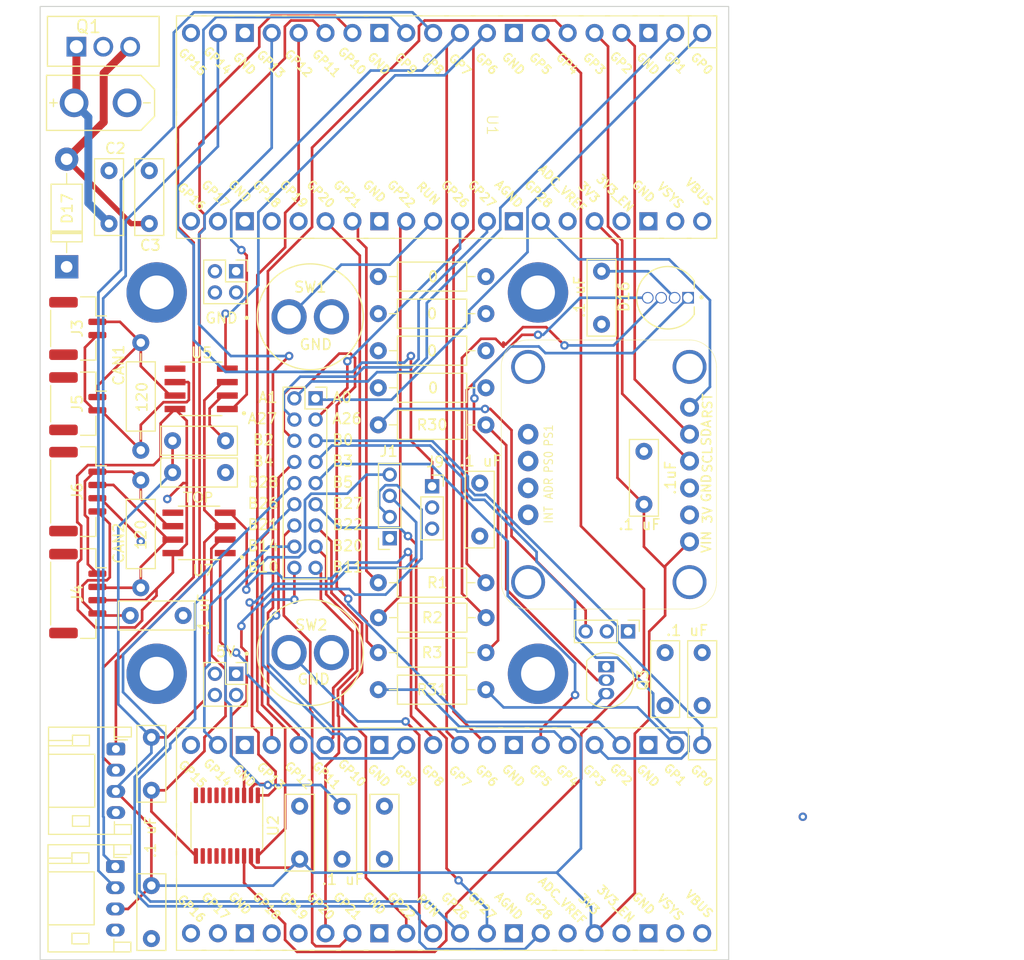
<source format=kicad_pcb>
(kicad_pcb (version 20221018) (generator pcbnew)
  (layers (0 "F.Cu" signal) (1 "In1.Cu" signal) (2 "In2.Cu" signal) (31 "B.Cu" signal) (34 "B.Paste" user) (35 "F.Paste" user) (36 "B.SilkS" user "B.Silkscreen") (37 "F.SilkS" user "F.Silkscreen") (38 "B.Mask" user) (39 "F.Mask" user) (44 "Edge.Cuts" user))
  (net 0 "")
  (net 1 "/GND")
  (net 2 "/5V")
  (net 3 "/3V3")
  (net 4 "Net-(Q1-IN)")
  (net 5 "Net-(J2-Pin_3)")
  (net 6 "Net-(J3-Pin_1)")
  (net 7 "Net-(J3-Pin_2)")
  (net 8 "Net-(J4-Pin_1)")
  (net 9 "Net-(J4-Pin_2)")
  (net 10 "Net-(Q3-B)")
  (net 11 "/CAN1_RX")
  (net 12 "/CAN1_TX")
  (net 13 "/CAN2_RX")
  (net 14 "/CAN2_TX")
  (net 15 "/A26")
  (net 16 "/A27")
  (net 19 "Net-(D17-A)")
  (net 20 "/B14")
  (net 21 "/B26")
  (net 22 "/B27")
  (net 23 "/B28")
  (net 29 "Net-(D16-Pad4)")
  (net 30 "Net-(D16-Pad3)")
  (net 31 "Net-(D16-Pad1)")
  (net 34 "/RP2040-Connect/GPIO0-A")
  (net 35 "/RP2040-Connect/GPIO1-B")
  (net 36 "/RP2040-Connect/GPIO1-A")
  (net 37 "/RP2040-Connect/GPIO0-B")
  (net 59 "Net-(J1-Pin_3)")
  (net 60 "Net-(J1-Pin_4)")
  (net 61 "Net-(J1-Pin_2)")
  (net 63 "/A0")
  (net 64 "/LEDG")
  (net 65 "/LEDB")
  (net 66 "/LEDR")
  (net 67 "/GPIO0-A")
  (net 68 "/GPIO1-B")
  (net 69 "/GPIO1-A")
  (net 70 "/GPIO0-B")
  (net 71 "/INT")
  (net 72 "/ADR")
  (net 73 "/PS0")
  (net 74 "/PS1")
  (net 75 "/JETSON_rx")
  (net 76 "/JETSON_tx")
  (net 77 "/IMU_SDA")
  (net 78 "/IMU_SCL")
  (net 79 "/SERVO")
  (net 80 "/IMU_RST")
  (net 81 "Net-(U1-RUN)")
  (net 82 "Net-(U6-RUN)")
  (net 83 "/QUADA1")
  (net 84 "/QUADB1")
  (net 85 "/QUADA2")
  (net 86 "/QUADB2")
  (net 87 "/A1")
  (net 88 "/B0")
  (net 89 "/B2")
  (net 90 "/B3")
  (net 91 "/B4")
  (net 92 "/B5")
  (net 93 "/B22")
  (net 94 "/B21")
  (net 95 "/B20")
  (net 96 "/B11")
  (net 97 "/B10")
  (net 98 "/DR16_TX")
  (net 99 "/P2P_1")
  (net 100 "/P2P_2")
  (footprint "Connector_JST:JST_PH_S4B-PH-K_1x04_P2.00mm_Horizontal" (layer "F.Cu") (at 155.1 136.2 -90)
    (fp_text reference "J7" hide)
    (fp_text value "Conn_01x04")
  )
  (footprint "Connector_PinSocket_2.00mm:PinSocket_2x02_P2.00mm_Vertical" (layer "F.Cu") (at 166.5 118)
    (fp_text reference "J13" hide)
    (fp_text value "Conn_02x02_Counter_Clockwise")
  )
  (footprint "Capacitor_THT:C_Disc_D7.0mm_W2.5mm_P5.00mm" (layer "F.Cu") (at 160.5 99)
    (fp_text reference "CAN2" hide)
    (fp_text value ".1uF")
  )
  (footprint "Capacitor_THT:C_Disc_D7.0mm_W2.5mm_P5.00mm" (layer "F.Cu") (at 176.5 135.5 90)
    (fp_text reference "JETSON1V8" hide)
    (fp_text value ".1uF")
  )
  (footprint "BNO055:BNO055" (layer "F.Cu") (at 211.8475 111.887501 90)
    (fp_text reference "IMU" hide)
    (fp_text value "BNO055" hide)
  )
  (footprint "LM2940CT-5.0:TO254P1054X470X1955-3" (layer "F.Cu") (at 153.96 58.8)
    (fp_text reference "Q1")
    (fp_text value "LM2940CT-5.0_NOPB")
  )
  (footprint "Diode_THT:D_DO-41_SOD81_P10.16mm_Horizontal" (layer "F.Cu") (at 150.5 79.58 90)
    (fp_text reference "D17")
    (fp_text value "1N5817" hide)
  )
  (footprint "XT30UPB-M:XT30UPB-M" (layer "F.Cu") (at 153.7 64.1)
    (fp_text reference "U4" hide)
    (fp_text value "XT30UPB-M")
  )
  (footprint "PS1024ALRED:SW_PS1024ALRED" (layer "F.Cu") (at 173.5 116)
    (fp_text reference "SW2")
    (fp_text value "SW_Push")
  )
  (footprint "SN65HVD230DR:SOIC127P599X175-8N" (layer "F.Cu") (at 163 104.7 180)
    (fp_text reference "U7")
    (fp_text value "SN65HVD230DR")
  )
  (footprint "Capacitor_THT:C_Disc_D7.0mm_W2.5mm_P5.00mm" (layer "F.Cu") (at 160.5 96)
    (fp_text reference "CAN1" hide)
    (fp_text value ".1uF")
  )
  (footprint "MountingHole:MountingHole_3.2mm_M3_ISO7380_Pad" (layer "F.Cu") (at 159 118)
    (fp_text reference "REF**" hide)
    (fp_text value "MountingHole_3.2mm_M3_ISO7380_Pad")
  )
  (footprint "Resistor_THT:R_Axial_DIN0207_L6.3mm_D2.5mm_P10.16mm_Horizontal" (layer "F.Cu") (at 157.5 109.88 90)
    (fp_text reference "R33" hide)
    (fp_text value "120")
  )
  (footprint "Connector_PinSocket_2.00mm:PinSocket_1x04_P2.00mm_Vertical" (layer "F.Cu") (at 181 105.2 180)
    (fp_text reference "J1")
    (fp_text value "Conn_01x04")
  )
  (footprint "Capacitor_THT:C_Disc_D7.0mm_W2.5mm_P5.00mm" (layer "F.Cu") (at 205 102 90)
    (fp_text reference "IMUC13")
    (fp_text value ".1uF")
  )
  (footprint "appended_pico:Updated_Pico" (layer "F.Cu") (at 190.18 133.41 -90)
    (fp_text reference "U6" hide)
    (fp_text value "Pico B")
  )
  (footprint "Capacitor_THT:C_Disc_D7.0mm_W2.5mm_P5.00mm" (layer "F.Cu") (at 158.3 75.5 90)
    (fp_text reference "C3")
    (fp_text value "22uF")
  )
  (footprint "appended_pico:Updated_Pico" (layer "F.Cu") (at 190.18 66.19 -90)
    (fp_text reference "U1")
    (fp_text value "Pico A")
  )
  (footprint "Capacitor_THT:C_Disc_D7.0mm_W2.5mm_P5.00mm" (layer "F.Cu") (at 201 85 90)
    (fp_text reference "PICOU1" hide)
    (fp_text value ".1uF")
  )
  (footprint "WP154A4SUREQBFZGC:LED_WP154A4SUREQBFZGC" (layer "F.Cu") (at 207.265 82.5 180)
    (fp_text reference "D16")
    (fp_text value "WP154A4SUREQBFZGC")
  )
  (footprint "Package_SO:TSSOP-20_4.4x6.5mm_P0.65mm" (layer "F.Cu") (at 165.625 132.3375 -90)
    (fp_text reference "U2")
    (fp_text value "TXS0108EPW")
  )
  (footprint "Capacitor_THT:C_Disc_D7.0mm_W2.5mm_P5.00mm" (layer "F.Cu") (at 154.5 75.5 90)
    (fp_text reference "C2")
    (fp_text value ".47uF")
  )
  (footprint "Connector_JST:JST_GH_SM04B-GHS-TB_1x04-1MP_P1.25mm_Horizontal" (layer "F.Cu") (at 151.55 100.8 -90)
    (fp_text reference "J6")
    (fp_text value "Conn_01x04")
  )
  (footprint "Resistor_THT:R_Axial_DIN0207_L6.3mm_D2.5mm_P10.16mm_Horizontal" (layer "F.Cu") (at 179.92 80.5)
    (fp_text reference "R5" hide)
    (fp_text value "0")
  )
  (footprint "Capacitor_THT:C_Disc_D7.0mm_W2.5mm_P5.00mm" (layer "F.Cu") (at 158.5 138 -90)
    (fp_text reference "QUAD2" hide)
    (fp_text value ".1uF")
  )
  (footprint "Resistor_THT:R_Axial_DIN0207_L6.3mm_D2.5mm_P10.16mm_Horizontal" (layer "F.Cu") (at 179.92 94.5)
    (fp_text reference "R30")
    (fp_text value "R")
  )
  (footprint "Connector_JST:JST_GH_SM02B-GHS-TB_1x02-1MP_P1.25mm_Horizontal" (layer "F.Cu") (at 151.55 92.5 -90)
    (fp_text reference "J5")
    (fp_text value "Conn_01x02")
  )
  (footprint "Resistor_THT:R_Axial_DIN0207_L6.3mm_D2.5mm_P10.16mm_Horizontal" (layer "F.Cu") (at 179.92 109.4)
    (fp_text reference "R1")
    (fp_text value "250")
  )
  (footprint "Connector_PinSocket_2.00mm:PinSocket_2x09_P2.00mm_Vertical" (layer "F.Cu") (at 174 92)
    (fp_text reference "J10" hide)
    (fp_text value "Conn_02x09_Counter_Clockwise")
  )
  (footprint "Connector_JST:JST_GH_SM04B-GHS-TB_1x04-1MP_P1.25mm_Horizontal" (layer "F.Cu") (at 151.55 110.425 -90)
    (fp_text reference "J4")
    (fp_text value "Conn_01x04")
  )
  (footprint "Capacitor_THT:C_Disc_D7.0mm_W2.5mm_P5.00mm" (layer "F.Cu") (at 172.5 135.5 90)
    (fp_text reference "JETSON3V3" hide)
    (fp_text value ".1uF")
  )
  (footprint "Connector_JST:JST_GH_SM02B-GHS-TB_1x02-1MP_P1.25mm_Horizontal" (layer "F.Cu") (at 151.55 85.4 -90)
    (fp_text reference "J3")
    (fp_text value "Conn_01x02")
  )
  (footprint "Capacitor_THT:C_Disc_D7.0mm_W2.5mm_P5.00mm" (layer "F.Cu") (at 180.5 135.5 90)
    (fp_text reference "JETSONGND1" hide)
    (fp_text value ".1uF")
  )
  (footprint "Resistor_THT:R_Axial_DIN0207_L6.3mm_D2.5mm_P10.16mm_Horizontal" (layer "F.Cu") (at 179.92 91)
    (fp_text reference "R10" hide)
    (fp_text value "0")
  )
  (footprint "Connector_PinHeader_2.00mm:PinHeader_1x03_P2.00mm_Vertical" (layer "F.Cu") (at 203.5 114 -90)
    (fp_text reference "J2" hide)
    (fp_text value "Conn_01x03")
  )
  (footprint "Connector_JST:JST_PH_S4B-PH-K_1x04_P2.00mm_Horizontal" (layer "F.Cu") (at 155.15 125.1 -90)
    (fp_text reference "J11" hide)
    (fp_text value "Conn_01x04")
  )
  (footprint "Resistor_THT:R_Axial_DIN0207_L6.3mm_D2.5mm_P10.16mm_Horizontal" (layer "F.Cu") (at 179.92 119.5)
    (fp_text reference "R31")
    (fp_text value "R")
  )
  (footprint "Resistor_THT:R_Axial_DIN0207_L6.3mm_D2.5mm_P10.16mm_Horizontal" (layer "F.Cu") (at 179.94 112.7)
    (fp_text reference "R2")
    (fp_text value "220")
  )
  (footprint "Capacitor_THT:C_Disc_D7.0mm_W2.5mm_P5.00mm" (layer "F.Cu") (at 189.5 105 90)
    (fp_text reference "SERVO1" hide)
    (fp_text value ".1uF")
  )
  (footprint "Connector_PinSocket_2.00mm:PinSocket_1x03_P2.00mm_Vertical" (layer "F.Cu") (at 185 100.3)
    (fp_text reference "J9")
    (fp_text value "Conn_01x03")
  )
  (footprint "MountingHole:MountingHole_3.2mm_M3_ISO7380_Pad" (layer "F.Cu") (at 195 82)
    (fp_text reference "MountingHole3" hide)
    (fp_text value "MountingHole_3.2mm_M3_ISO7380_Pad")
  )
  (footprint "MountingHole:MountingHole_3.2mm_M3_ISO7380_Pad" (layer "F.Cu") (at 195 118)
    (fp_text reference "MountingHole2" hide)
    (fp_text value "MountingHole_3.2mm_M3_ISO7380_Pad")
  )
  (footprint "Package_TO_SOT_THT:TO-92_Inline" (layer "F.Cu") (at 201.44 117.33 -90)
    (fp_text reference "Q3")
    (fp_text value "PN2222A")
  )
  (footprint "Capacitor_THT:C_Disc_D7.0mm_W2.5mm_P5.00mm" (layer "F.Cu") (at 207 116 -90)
    (fp_text reference "PICOU6" hide)
    (fp_text value ".1uF")
  )
  (footprint "MountingHole:MountingHole_3.2mm_M3_ISO7380_Pad" (layer "F.Cu") (at 159 82)
    (fp_text reference "MountingHole1" hide)
    (fp_text value "MountingHole_3.2mm_M3_ISO7380_Pad")
  )
  (footprint "Resistor_THT:R_Axial_DIN0207_L6.3mm_D2.5mm_P10.16mm_Horizontal" (layer "F.Cu") (at 179.92 87.5)
    (fp_text reference "R20" hide)
    (fp_text value "0")
  )
  (footprint "SN65HVD230DR:SOIC127P599X175-8N" (layer "F.Cu") (at 163.2 91.1 180)
    (fp_text reference "U5")
    (fp_text value "SN65HVD230DR")
  )
  (footprint "Resistor_THT:R_Axial_DIN0207_L6.3mm_D2.5mm_P10.16mm_Horizontal" (layer "F.Cu") (at 157.5 86.74 -90)
    (fp_text reference "R32" hide)
    (fp_text value "120")
  )
  (footprint "PS1024ALRED:SW_PS1024ALRED" (layer "F.Cu") (at 173.5 84.3)
    (fp_text reference "SW1")
    (fp_text value "SW_Push")
  )
  (footprint "Resistor_THT:R_Axial_DIN0207_L6.3mm_D2.5mm_P10.16mm_Horizontal" (layer "F.Cu") (at 179.92 116)
    (fp_text reference "R3")
    (fp_text value "333")
  )
  (footprint "Connector_PinSocket_2.00mm:PinSocket_2x02_P2.00mm_Vertical" (layer "F.Cu") (at 166.5 80)
    (fp_text reference "J12" hide)
    (fp_text value "Conn_02x02_Counter_Clockwise")
  )
  (footprint "Resistor_THT:R_Axial_DIN0207_L6.3mm_D2.5mm_P10.16mm_Horizontal" (layer "F.Cu") (at 179.92 84)
    (fp_text reference "R4" hide)
    (fp_text value "0")
  )
  (footprint "Capacitor_THT:C_Disc_D7.0mm_W2.5mm_P5.00mm" (layer "F.Cu") (at 210.5 121 90)
    (fp_text reference "DR16" hide)
    (fp_text value ".1uF")
  )
  (footprint "Capacitor_THT:C_Disc_D7.0mm_W2.5mm_P5.00mm" (layer "F.Cu") (at 156.5 112.5)
    (fp_text reference "5VCAP1" hide)
    (fp_text value ".1uF" hide)
  )
  (footprint "Capacitor_THT:C_Disc_D7.0mm_W2.5mm_P5.00mm" (layer "F.Cu") (at 158.5 124 -90)
    (fp_text reference "QUAD1" hide)
    (fp_text value ".1uF")
  )
  (gr_rect locked (start 148 55) (end 213 145) (stroke (width 0.1)) (fill none) (layer "Edge.Cuts"))
  (gr_text "B11" (at 175.5 108.5) (layer "F.SilkS") (effects (font (size 1 1)) (justify left bottom)))
  (gr_text "B14" (at 167.5 106.5) (layer "F.SilkS") (effects (font (size 1 1)) (justify left bottom)))
  (gr_text ".1 uF\n" (at 199.5 84.5 90) (layer "F.SilkS") (effects (font (size 1 1)) (justify left bottom)))
  (gr_text "B2" (at 168 96.5) (layer "F.SilkS") (effects (font (size 1 1)) (justify left bottom)))
  (gr_text "CAN2" (at 156 107.7 90) (layer "F.SilkS") (effects (font (size 1 1)) (justify left bottom)))
  (gr_text "B0" (at 175.5 96.5) (layer "F.SilkS") (effects (font (size 1 1)) (justify left bottom)))
  (gr_text "B22" (at 175.5 104.5) (layer "F.SilkS") (effects (font (size 1 1)) (justify left bottom)))
  (gr_text "A1" (at 168.5 92.5) (layer "F.SilkS") (effects (font (size 1 1)) (justify left bottom)))
  (gr_text "A0" (at 175.5 92.5) (layer "F.SilkS") (effects (font (size 1 1)) (justify left bottom)))
  (gr_text "B27" (at 175.5 102.5) (layer "F.SilkS") (effects (font (size 1 1)) (justify left bottom)))
  (gr_text "A26" (at 175.5 94.5) (layer "F.SilkS") (effects (font (size 1 1)) (justify left bottom)))
  (gr_text "GND" (at 163.5 85) (layer "F.SilkS") (effects (font (size 1 1)) (justify left bottom)))
  (gr_text ".1 uF\n" (at 187.5 98.5) (layer "F.SilkS") (effects (font (size 1 1)) (justify left bottom)))
  (gr_text "0" (at 184.52 91.6) (layer "F.SilkS") (effects (font (size 1 1)) (justify left bottom)))
  (gr_text "B3" (at 175.5 98.5) (layer "F.SilkS") (effects (font (size 1 1)) (justify left bottom)))
  (gr_text "5V" (at 164.5 116.5) (layer "F.SilkS") (effects (font (size 1 1)) (justify left bottom)))
  (gr_text "CAN1" (at 156 90.9 90) (layer "F.SilkS") (effects (font (size 1 1)) (justify left bottom)))
  (gr_text "0" (at 184.42 88.1) (layer "F.SilkS") (effects (font (size 1 1)) (justify left bottom)))
  (gr_text "B26" (at 167.5 102.5) (layer "F.SilkS") (effects (font (size 1 1)) (justify left bottom)))
  (gr_text "0" (at 184.42 84.6) (layer "F.SilkS") (effects (font (size 1 1)) (justify left bottom)))
  (gr_text ".1 uF\n" (at 174.5 138) (layer "F.SilkS") (effects (font (size 1 1)) (justify left bottom)))
  (gr_text "B28" (at 167.5 100.5) (layer "F.SilkS") (effects (font (size 1 1)) (justify left bottom)))
  (gr_text "120" (at 158.2 93.4 90) (layer "F.SilkS") (effects (font (size 1 1)) (justify left bottom)))
  (gr_text ".1 uF\n" (at 159 135.5 90) (layer "F.SilkS") (effects (font (size 1 1)) (justify left bottom)))
  (gr_text "TOP" (at 161.5 102) (layer "F.SilkS") (effects (font (size 1 1)) (justify left bottom)))
  (gr_text ".1 uF\n" (at 164 114.5 90) (layer "F.SilkS") (effects (font (size 1 1)) (justify left bottom)))
  (gr_text "B10" (at 167.5 108.5) (layer "F.SilkS") (effects (font (size 1 1)) (justify left bottom)))
  (gr_text "B4" (at 168 98.5) (layer "F.SilkS") (effects (font (size 1 1)) (justify left bottom)))
  (gr_text ".1 uF\n" (at 202.5 104.5) (layer "F.SilkS") (effects (font (size 1 1)) (justify left bottom)))
  (gr_text "B21" (at 167.5 104.5) (layer "F.SilkS") (effects (font (size 1 1)) (justify left bottom)))
  (gr_text ".1 uF\n" (at 207 114.5) (layer "F.SilkS") (effects (font (size 1 1)) (justify left bottom)))
  (gr_text "B5" (at 175.5 100.5) (layer "F.SilkS") (effects (font (size 1 1)) (justify left bottom)))
  (gr_text "0" (at 184.52 81.1) (layer "F.SilkS") (effects (font (size 1 1)) (justify left bottom)))
  (gr_text "GND" (at 172.2 119.1) (layer "F.SilkS") (effects (font (size 1 1)) (justify left bottom)))
  (gr_text "A27" (at 167.5 94.5) (layer "F.SilkS") (effects (font (size 1 1)) (justify left bottom)))
  (gr_text "120" (at 158.1 106.4 90) (layer "F.SilkS") (effects (font (size 1 1)) (justify left bottom)))
  (gr_text "B20" (at 175.5 106.5) (layer "F.SilkS") (effects (font (size 1 1)) (justify left bottom)))
  (gr_text "GND" (at 172.4 87.5) (layer "F.SilkS") (effects (font (size 1 1)) (justify left bottom)))
  (via (at 220 131.5) (size 0.8) (drill 0.4) (layers "F.Cu" "B.Cu") (net 0))
  (segment (start 161.84 94.115) (end 161.84 100) (width 0.25) (layer "F.Cu") (net 1))
  (segment (start 157.5 105.253249) (end 157.5 105.5) (width 0.25) (layer "F.Cu") (net 1))
  (segment (start 161.84 100) (end 161.84 105.745016) (width 0.25) (layer "F.Cu") (net 1))
  (segment (start 164.16 116.245786) (end 165.5 117.585786) (width 0.25) (layer "F.Cu") (net 1))
  (segment (start 164 94.5) (end 165.5 96) (width 0.25) (layer "F.Cu") (net 1))
  (segment (start 157.625 111.988604) (end 158.985495 110.628109) (width 0.25) (layer "F.Cu") (net 1))
  (segment (start 152.503249 98.3) (end 151.5 99.303249) (width 0.25) (layer "F.Cu") (net 1))
  (segment (start 165.47 105.335) (end 165.019984 105.335) (width 0.25) (layer "F.Cu") (net 1))
  (segment (start 157.920991 111.05) (end 160.53 108.440991) (width 0.25) (layer "F.Cu") (net 1))
  (segment (start 151.5 103.7) (end 151.538173 103.7) (width 0.25) (layer "F.Cu") (net 1))
  (segment (start 151.538173 103.7) (end 151.875 104.036827) (width 0.25) (layer "F.Cu") (net 1))
  (segment (start 164 92.954984) (end 164 94.5) (width 0.25) (layer "F.Cu") (net 1))
  (segment (start 158.5 131) (end 158.5 129) (width 0.25) (layer "F.Cu") (net 1))
  (segment (start 158.985495 110.628109) (end 158.985495 109.985495) (width 0.25) (layer "F.Cu") (net 1))
  (segment (start 156.965991 113.625) (end 157.625 112.965991) (width 0.25) (layer "F.Cu") (net 1))
  (segment (start 165.019984 105.335) (end 164.16 106.194984) (width 0.25) (layer "F.Cu") (net 1))
  (segment (start 151.5 99.303249) (end 151.5 103.7) (width 0.25) (layer "F.Cu") (net 1))
  (segment (start 160.980016 106.605) (end 160.53 106.605) (width 0.25) (layer "F.Cu") (net 1))
  (segment (start 153.4 101.425) (end 153.671751 101.425) (width 0.25) (layer "F.Cu") (net 1))
  (segment (start 157.625 112.965991) (end 157.625 111.988604) (width 0.25) (layer "F.Cu") (net 1))
  (segment (start 151.55 107.513173) (end 151.55 111.971751) (width 0.25) (layer "F.Cu") (net 1))
  (segment (start 151.55 111.971751) (end 153.203249 113.625) (width 0.25) (layer "F.Cu") (net 1))
  (segment (start 165.219984 91.735) (end 164 92.954984) (width 0.25) (layer "F.Cu") (net 1))
  (segment (start 159.375 94.36) (end 159.375 97.625001) (width 0.25) (layer "F.Cu") (net 1))
  (segment (start 159.81 129) (end 158.5 129) (width 0.25) (layer "F.Cu") (net 1))
  (segment (start 165.67 91.735) (end 165.219984 91.735) (width 0.25) (layer "F.Cu") (net 1))
  (segment (start 153.671751 101.425) (end 157.5 105.253249) (width 0.25) (layer "F.Cu") (net 1))
  (segment (start 165.5 117.585786) (end 165.5 122) (width 0.25) (layer "F.Cu") (net 1))
  (segment (start 165.5 122) (end 163.51 123.99) (width 0.25) (layer "F.Cu") (net 1))
  (segment (start 151.875 107.188173) (end 151.55 107.513173) (width 0.25) (layer "F.Cu") (net 1))
  (segment (start 160.73 93.005) (end 159.375 94.36) (width 0.25) (layer "F.Cu") (net 1))
  (segment (start 159.375 97.625001) (end 158.700001 98.3) (width 0.25) (layer "F.Cu") (net 1))
  (segment (start 151.875 104.036827) (end 151.875 107.188173) (width 0.25) (layer "F.Cu") (net 1))
  (segment (start 162.7 135.2) (end 158.5 131) (width 0.25) (layer "F.Cu") (net 1))
  (segment (start 163.51 125.3) (end 159.81 129) (width 0.25) (layer "F.Cu") (net 1))
  (segment (start 160.73 93.005) (end 161.84 94.115) (width 0.25) (layer "F.Cu") (net 1))
  (segment (start 163.51 123.99) (end 163.51 125.3) (width 0.25) (layer "F.Cu") (net 1))
  (segment (start 160.53 108.440991) (end 160.53 106.605) (width 0.25) (layer "F.Cu") (net 1))
  (segment (start 161.84 100) (end 161.5 100) (width 0.25) (layer "F.Cu") (net 1))
  (segment (start 161.84 105.745016) (end 160.980016 106.605) (width 0.25) (layer "F.Cu") (net 1))
  (segment (start 164.16 106.194984) (end 164.16 116.245786) (width 0.25) (layer "F.Cu") (net 1))
  (segment (start 158.700001 98.3) (end 152.503249 98.3) (width 0.25) (layer "F.Cu") (net 1))
  (segment (start 153.4 111.05) (end 157.920991 111.05) (width 0.25) (layer "F.Cu") (net 1))
  (segment (start 153.203249 113.625) (end 156.965991 113.625) (width 0.25) (layer "F.Cu") (net 1))
  (segment (start 161.5 100) (end 160 101.5) (width 0.25) (layer "F.Cu") (net 1))
  (via (at 157.5 105.5) (size 0.8) (drill 0.4) (layers "F.Cu" "B.Cu") (net 1))
  (via (at 160 101.5) (size 0.8) (drill 0.4) (layers "F.Cu" "B.Cu") (net 1))
  (segment (start 207.9 82.5) (end 205.4 80) (width 0.25) (layer "B.Cu") (net 1))
  (segment (start 205.4 80) (end 201 80) (width 0.25) (layer "B.Cu") (net 1))
  (segment (start 152 111.171751) (end 153.128249 112.3) (width 0.25) (layer "F.Cu") (net 2))
  (segment (start 153.128249 112.3) (end 153.4 112.3) (width 0.25) (layer "F.Cu") (net 2))
  (segment (start 153.4 102.675) (end 154.575 103.85) (width 0.25) (layer "F.Cu") (net 2))
  (segment (start 154.575 108.896751) (end 154.296751 109.175) (width 0.25) (layer "F.Cu") (net 2))
  (segment (start 153.6 112.5) (end 156.5 112.5) (width 0.25) (layer "F.Cu") (net 2))
  (segment (start 152.503249 109.175) (end 152 109.678249) (width 0.25) (layer "F.Cu") (net 2))
  (segment (start 154.575 103.85) (end 154.575 108.896751) (width 0.25) (layer "F.Cu") (net 2))
  (segment (start 153.4 112.3) (end 153.6 112.5) (width 0.25) (layer "F.Cu") (net 2))
  (segment (start 154.296751 109.175) (end 152.503249 109.175) (width 0.25) (layer "F.Cu") (net 2))
  (segment (start 152 109.678249) (end 152 111.171751) (width 0.25) (layer "F.Cu") (net 2))
  (segment (start 207 112.5) (end 207 108) (width 0.25) (layer "F.Cu") (net 3))
  (segment (start 163.5 105.584984) (end 163.5 120.5) (width 0.25) (layer "F.Cu") (net 3))
  (segment (start 207 108) (end 207 107.845) (width 0.25) (layer "F.Cu") (net 3))
  (segment (start 205.5 114) (end 207 112.5) (width 0.25) (layer "F.Cu") (net 3))
  (segment (start 163.5 102.545016) (end 163.5 92.184984) (width 0.25) (layer "F.Cu") (net 3))
  (segment (start 165.019984 104.065) (end 163.5 102.545016) (width 0.25) (layer "F.Cu") (net 3))
  (segment (start 163.5 120.5) (end 160 124) (width 0.25) (layer "F.Cu") (net 3))
  (segment (start 202.5 77.44) (end 200.34 75.28) (width 0.25) (layer "F.Cu") (net 3))
  (segment (start 205 102) (end 205 106) (width 0.25) (layer "F.Cu") (net 3))
  (segment (start 172.5 135.5) (end 171.700001 136.299999) (width 0.25) (layer "F.Cu") (net 3))
  (segment (start 205 102) (end 202.5 99.5) (width 0.25) (layer "F.Cu") (net 3))
  (segment (start 204.14 138.7) (end 204.14 123.65) (width 0.25) (layer "F.Cu") (net 3))
  (segment (start 158.5 138) (end 158.5 132.45) (width 0.25) (layer "F.Cu") (net 3))
  (segment (start 160.5 96) (end 160.5 99) (width 0.25) (layer "F.Cu") (net 3))
  (segment (start 156.3 140.2) (end 158.5 138) (width 0.25) (layer "F.Cu") (net 3))
  (segment (start 168.311458 136.299999) (end 167.9 135.888541) (width 0.25) (layer "F.Cu") (net 3))
  (segment (start 204.14 123.65) (end 205.5 122.29) (width 0.25) (layer "F.Cu") (net 3))
  (segment (start 155.1 140.2) (end 156.3 140.2) (width 0.25) (layer "F.Cu") (net 3))
  (segment (start 165.219984 90.465) (end 165.67 90.465) (width 0.25) (layer "F.Cu") (net 3))
  (segment (start 205 106) (end 207 108) (width 0.25) (layer "F.Cu") (net 3))
  (segment (start 163.5 92.184984) (end 165.219984 90.465) (width 0.25) (layer "F.Cu") (net 3))
  (segment (start 171.700001 136.299999) (end 168.311458 136.299999) (width 0.25) (layer "F.Cu") (net 3))
  (segment (start 160 124) (end 158.5 124) (width 0.25) (layer "F.Cu") (net 3))
  (segment (start 207 107.845) (end 209.3075 105.5375) (width 0.25) (layer "F.Cu") (net 3))
  (segment (start 167.9 135.888541) (end 167.9 135.2) (width 0.25) (layer "F.Cu") (net 3))
  (segment (start 202.5 99.5) (end 202.5 77.44) (width 0.25) (layer "F.Cu") (net 3))
  (segment (start 165.47 104.065) (end 165.019984 104.065) (width 0.25) (layer "F.Cu") (net 3))
  (segment (start 200.34 142.5) (end 204.14 138.7) (width 0.25) (layer "F.Cu") (net 3))
  (segment (start 165.019984 104.065) (end 163.5 105.584984) (width 0.25) (layer "F.Cu") (net 3))
  (segment (start 158.5 132.45) (end 155.15 129.1) (width 0.25) (layer "F.Cu") (net 3))
  (segment (start 205.5 122.29) (end 205.5 114) (width 0.25) (layer "F.Cu") (net 3))
  (segment (start 196.775 136.775) (end 200 140) (width 0.25) (layer "B.Cu") (net 3))
  (segment (start 155.15 128.825) (end 158.5 125.475) (width 0.25) (layer "B.Cu") (net 3))
  (segment (start 158.5 125.475) (end 158.5 124) (width 0.25) (layer "B.Cu") (net 3))
  (segment (start 155.15 129.1) (end 155.15 128.825) (width 0.25) (layer "B.Cu") (net 3))
  (segment (start 187.581701 123) (end 198 123) (width 0.25) (layer "B.Cu") (net 3))
  (segment (start 199.05 134.5) (end 196.775 136.775) (width 0.25) (layer "B.Cu") (net 3))
  (segment (start 199.05 124.05) (end 199.05 134.5) (width 0.25) (layer "B.Cu") (net 3))
  (segment (start 158.5 138) (end 170 138) (width 0.25) (layer "B.Cu") (net 3))
  (segment (start 173.775 136.775) (end 196.775 136.775) (width 0.25) (layer "B.Cu") (net 3))
  (segment (start 200 142.16) (end 200.34 142.5) (width 0.25) (layer "B.Cu") (net 3))
  (segment (start 198 123) (end 199.05 124.05) (width 0.25) (layer "B.Cu") (net 3))
  (segment (start 170 138) (end 172.5 135.5) (width 0.25) (layer "B.Cu") (net 3))
  (segment (start 155.375 104.125) (end 160.5 99) (width 0.25) (layer "B.Cu") (net 3))
  (segment (start 179.92 119.5) (end 184.081701 119.5) (width 0.25) (layer "B.Cu") (net 3))
  (segment (start 200 140) (end 200 142.16) (width 0.25) (layer "B.Cu") (net 3))
  (segment (start 172.5 135.5) (end 173.775 136.775) (width 0.25) (layer "B.Cu") (net 3))
  (segment (start 184.081701 119.5) (end 187.581701 123) (width 0.25) (layer "B.Cu") (net 3))
  (segment (start 158.5 124) (end 155.375 120.875) (width 0.25) (layer "B.Cu") (net 3))
  (segment (start 155.375 120.875) (end 155.375 104.125) (width 0.25) (layer "B.Cu") (net 3))
  (segment (start 151.42 63.88) (end 151.2 64.1) (width 0.25) (layer "F.Cu") (net 4))
  (segment (start 151.42 58.8) (end 151.42 63.88) (width 0.75) (layer "F.Cu") (net 4))
  (segment (start 152.55 73.55) (end 154.5 75.5) (width 0.75) (layer "B.Cu") (net 4))
  (segment (start 152.55 65.45) (end 152.55 73.55) (width 0.75) (layer "B.Cu") (net 4))
  (segment (start 151.2 64.1) (end 152.55 65.45) (width 0.75) (layer "B.Cu") (net 4))
  (segment (start 190.5 93) (end 192.5 95) (width 0.25) (layer "F.Cu") (net 5))
  (segment (start 190 93) (end 190.5 93) (width 0.25) (layer "F.Cu") (net 5))
  (segment (start 199.5 112) (end 199.5 114) (width 0.25) (layer "F.Cu") (net 5))
  (segment (start 192.5 95) (end 192.5 105) (width 0.25) (layer "F.Cu") (net 5))
  (segment (start 192.5 105) (end 199.5 112) (width 0.25) (layer "F.Cu") (net 5))
  (via (at 190 93) (size 0.8) (drill 0.4) (layers "F.Cu" "B.Cu") (net 5))
  (segment (start 179.92 94.5) (end 181.42 93) (width 0.25) (layer "B.Cu") (net 5))
  (segment (start 181.42 93) (end 190 93) (width 0.25) (layer "B.Cu") (net 5))
  (segment (start 153.4 84.775) (end 155.535 84.775) (width 0.25) (layer "F.Cu") (net 6))
  (segment (start 155.535 84.775) (end 157.5 86.74) (width 0.25) (layer "F.Cu") (net 6))
  (segment (start 157.5 88.955016) (end 160.279984 91.735) (width 0.25) (layer "F.Cu") (net 6))
  (segment (start 157.5 86.74) (end 153.4 90.84) (width 0.25) (layer "F.Cu") (net 6))
  (segment (start 157.5 86.74) (end 157.5 88.955016) (width 0.25) (layer "F.Cu") (net 6))
  (segment (start 153.4 90.84) (end 153.4 91.875) (width 0.25) (layer "F.Cu") (net 6))
  (segment (start 160.279984 91.735) (end 160.73 91.735) (width 0.25) (layer "F.Cu") (net 6))
  (segment (start 159.64 92.36) (end 161.825016 92.36) (width 0.25) (layer "F.Cu") (net 7))
  (segment (start 153.725 93.125) (end 157.5 96.9) (width 0.25) (layer "F.Cu") (net 7))
  (segment (start 157.5 96.9) (end 157.5 94.5) (width 0.25) (layer "F.Cu") (net 7))
  (segment (start 162.04 92.145016) (end 162.04 90.54) (width 0.25) (layer "F.Cu") (net 7))
  (segment (start 153.4 86.025) (end 152.225 87.2) (width 0.25) (layer "F.Cu") (net 7))
  (segment (start 153.128249 93.125) (end 153.4 93.125) (width 0.25) (layer "F.Cu") (net 7))
  (segment (start 157.5 94.5) (end 159.64 92.36) (width 0.25) (layer "F.Cu") (net 7))
  (segment (start 162.04 90.54) (end 161.965 90.465) (width 0.25) (layer "F.Cu") (net 7))
  (segment (start 152.225 87.2) (end 152.225 92.221751) (width 0.25) (layer "F.Cu") (net 7))
  (segment (start 161.825016 92.36) (end 162.04 92.145016) (width 0.25) (layer "F.Cu") (net 7))
  (segment (start 161.965 90.465) (end 160.73 90.465) (width 0.25) (layer "F.Cu") (net 7))
  (segment (start 153.4 93.125) (end 153.725 93.125) (width 0.25) (layer "F.Cu") (net 7))
  (segment (start 152.225 92.221751) (end 153.128249 93.125) (width 0.25) (layer "F.Cu") (net 7))
  (segment (start 157.5 101.485016) (end 157.5 99.72) (width 0.25) (layer "F.Cu") (net 8))
  (segment (start 153.4 98.925) (end 153.128249 98.925) (width 0.25) (layer "F.Cu") (net 8))
  (segment (start 156.705 98.925) (end 157.5 99.72) (width 0.25) (layer "F.Cu") (net 8))
  (segment (start 152.225 103.021751) (end 152.5 103.296751) (width 0.25) (layer "F.Cu") (net 8))
  (segment (start 160.53 104.065) (end 160.079984 104.065) (width 0.25) (layer "F.Cu") (net 8))
  (segment (start 160.079984 104.065) (end 157.5 101.485016) (width 0.25) (layer "F.Cu") (net 8))
  (segment (start 152.5 103.296751) (end 152.5 107.65) (width 0.25) (layer "F.Cu") (net 8))
  (segment (start 153.4 98.925) (end 156.705 98.925) (width 0.25) (layer "F.Cu") (net 8))
  (segment (start 152.225 99.828249) (end 152.225 103.021751) (width 0.25) (layer "F.Cu") (net 8))
  (segment (start 153.128249 98.925) (end 152.225 99.828249) (width 0.25) (layer "F.Cu") (net 8))
  (segment (start 152.5 107.65) (end 153.4 108.55) (width 0.25) (layer "F.Cu") (net 8))
  (segment (start 160.079984 105.335) (end 160.53 105.335) (width 0.25) (layer "F.Cu") (net 9))
  (segment (start 157.5 107.914984) (end 160.079984 105.335) (width 0.25) (layer "F.Cu") (net 9))
  (segment (start 153.4 100.175) (end 154.919984 100.175) (width 0.25) (layer "F.Cu") (net 9))
  (segment (start 157.5 109.88) (end 153.48 109.88) (width 0.25) (layer "F.Cu") (net 9))
  (segment (start 157.5 109.88) (end 157.5 107.914984) (width 0.25) (layer "F.Cu") (net 9))
  (segment (start 154.919984 100.175) (end 160.079984 105.335) (width 0.25) (layer "F.Cu") (net 9))
  (segment (start 153.48 109.88) (end 153.4 109.8) (width 0.25) (layer "F.Cu") (net 9))
  (segment (start 192 96.42) (end 190.08 94.5) (width 0.25) (layer "F.Cu") (net 10))
  (segment (start 200.597639 118.6) (end 192 110.002361) (width 0.25) (layer "F.Cu") (net 10))
  (segment (start 192 110.002361) (end 192 96.42) (width 0.25) (layer "F.Cu") (net 10))
  (segment (start 201.44 118.6) (end 200.597639 118.6) (width 0.25) (layer "F.Cu") (net 10))
  (segment (start 188.9 76.1) (end 187.028198 77.971802) (width 0.25) (layer "F.Cu") (net 11))
  (segment (start 188.9 58.78) (end 188.9 76.1) (width 0.25) (layer "F.Cu") (net 11))
  (segment (start 187.028198 77.971802) (end 187.028198 121.568198) (width 0.25) (layer "F.Cu") (net 11))
  (segment (start 187.028198 121.568198) (end 190.18 124.72) (width 0.25) (layer "F.Cu") (net 11))
  (segment (start 165.5 84) (end 165.5 89.025) (width 0.25) (layer "F.Cu") (net 11))
  (segment (start 190.18 57.5) (end 188.9 58.78) (width 0.25) (layer "F.Cu") (net 11))
  (segment (start 165.5 89.025) (end 165.67 89.195) (width 0.25) (layer "F.Cu") (net 11))
  (via (at 165.5 84) (size 0.8) (drill 0.4) (layers "F.Cu" "B.Cu") (net 11))
  (segment (start 168.6 74.41) (end 181.51 61.5) (width 0.25) (layer "B.Cu") (net 11))
  (segment (start 165.914214 84) (end 168.6 81.314214) (width 0.25) (layer "B.Cu") (net 11))
  (segment (start 186.18 61.5) (end 190.18 57.5) (width 0.25) (layer "B.Cu") (net 11))
  (segment (start 168.6 81.314214) (end 168.6 74.41) (width 0.25) (layer "B.Cu") (net 11))
  (segment (start 165.5 84) (end 165.914214 84) (width 0.25) (layer "B.Cu") (net 11))
  (segment (start 181.51 61.5) (end 186.18 61.5) (width 0.25) (layer "B.Cu") (net 11))
  (segment (start 167.5 91.625016) (end 167.5 78.5) (width 0.25) (layer "F.Cu") (net 12))
  (segment (start 167.5 78.5) (end 167 78) (width 0.25) (layer "F.Cu") (net 12))
  (segment (start 186.38 123.46) (end 186.38 58.76) (width 0.25) (layer "F.Cu") (net 12))
  (segment (start 187.64 124.72) (end 186.38 123.46) (width 0.25) (layer "F.Cu") (net 12))
  (segment (start 165.67 93.005) (end 166.120016 93.005) (width 0.25) (layer "F.Cu") (net 12))
  (segment (start 166.120016 93.005) (end 167.5 91.625016) (width 0.25) (layer "F.Cu") (net 12))
  (segment (start 186.38 58.76) (end 187.64 57.5) (width 0.25) (layer "F.Cu") (net 12))
  (via (at 167 78) (size 0.8) (drill 0.4) (layers "F.Cu" "B.Cu") (net 12))
  (segment (start 187.64 57.5) (end 184.09 61.05) (width 0.25) (layer "B.Cu") (net 12))
  (segment (start 166.04 74.21) (end 166.04 77.04) (width 0.25) (layer "B.Cu") (net 12))
  (segment (start 179.2 61.05) (end 166.04 74.21) (width 0.25) (layer "B.Cu") (net 12))
  (segment (start 184.09 61.05) (end 179.2 61.05) (width 0.25) (layer "B.Cu") (net 12))
  (segment (start 166.04 77.04) (end 167 78) (width 0.25) (layer "B.Cu") (net 12))
  (segment (start 165.920016 102.795) (end 165.47 102.795) (width 0.25) (layer "F.Cu") (net 13))
  (segment (start 167.462299 110.062299) (end 167.5 110.024598) (width 0.25) (layer "F.Cu") (net 13))
  (segment (start 182.7245 106.5) (end 183.012652 106.788152) (width 0.25) (layer "F.Cu") (net 13))
  (segment (start 185.1 124.074695) (end 185.1 124.72) (width 0.25) (layer "F.Cu") (net 13))
  (segment (start 167.5 104.374984) (end 165.920016 102.795) (width 0.25) (layer "F.Cu") (net 13))
  (segment (start 167.5 110.024598) (end 167.5 104.374984) (width 0.25) (layer "F.Cu") (net 13))
  (segment (start 183.012652 106.788152) (end 183.012652 121.987347) (width 0.25) (layer "F.Cu") (net 13))
  (segment (start 183.012652 121.987347) (end 185.1 124.074695) (width 0.25) (layer "F.Cu") (net 13))
  (via (at 167.462299 110.062299) (size 0.8) (drill 0.4) (layers "F.Cu" "B.Cu") (net 13))
  (via (at 182.7245 106.5) (size 0.8) (drill 0.4) (layers "F.Cu" "B.Cu") (net 13))
  (segment (start 170.91 109) (end 175.5 109) (width 0.25) (layer "B.Cu") (net 13))
  (segment (start 177 107.5) (end 181.7245 107.5) (width 0.25) (layer "B.Cu") (net 13))
  (segment (start 170.41 108.5) (end 170.91 109) (width 0.25) (layer "B.Cu") (net 13))
  (segment (start 168.75 108.5) (end 170.41 108.5) (width 0.25) (layer "B.Cu") (net 13))
  (segment (start 181.7245 107.5) (end 182.7245 106.5) (width 0.25) (layer "B.Cu") (net 13))
  (segment (start 175.5 109) (end 177 107.5) (width 0.25) (layer "B.Cu") (net 13))
  (segment (start 167.462299 110.062299) (end 167.462299 109.787701) (width 0.25) (layer "B.Cu") (net 13))
  (segment (start 167.462299 109.787701) (end 168.75 108.5) (width 0.25) (layer "B.Cu") (net 13))
  (segment (start 165 107.075) (end 165 115) (width 0.25) (layer "F.Cu") (net 14))
  (segment (start 165 115) (end 166 116) (width 0.25) (layer "F.Cu") (net 14))
  (segment (start 165.47 106.605) (end 165 107.075) (width 0.25) (layer "F.Cu") (net 14))
  (segment (start 166 116) (end 166.5 116) (width 0.25) (layer "F.Cu") (net 14))
  (via (at 166.5 116) (size 0.8) (drill 0.4) (layers "F.Cu" "B.Cu") (net 14))
  (segment (start 167.5 117) (end 167.5 118) (width 0.25) (layer "B.Cu") (net 14))
  (segment (start 173.67 125.27) (end 174.39 125.99) (width 0.25) (layer "B.Cu") (net 14))
  (segment (start 174.39 125.99) (end 181.29 125.99) (width 0.25) (layer "B.Cu") (net 14))
  (segment (start 181.29 125.99) (end 182.56 124.72) (width 0.25) (layer "B.Cu") (net 14))
  (segment (start 166.5 116) (end 167.5 117) (width 0.25) (layer "B.Cu") (net 14))
  (segment (start 173.67 124.17) (end 173.67 125.27) (width 0.25) (layer "B.Cu") (net 14))
  (segment (start 167.5 118) (end 173.67 124.17) (width 0.25) (layer "B.Cu") (net 14))
  (segment (start 174 94) (end 177 91) (width 0.25) (layer "F.Cu") (net 15))
  (segment (start 177 91) (end 177 88.5) (width 0.25) (layer "F.Cu") (net 15))
  (via (at 177 88.5) (size 0.8) (drill 0.4) (layers "F.Cu" "B.Cu") (net 15))
  (segment (start 177 88.5) (end 177.010991 88.5) (width 0.25) (layer "B.Cu") (net 15))
  (segment (start 187.64 77.86) (end 187.64 75.28) (width 0.25) (layer "B.Cu") (net 15))
  (segment (start 181.045 84.465991) (end 181.045 84.455) (width 0.25) (layer "B.Cu") (net 15))
  (segment (start 181.045 84.455) (end 187.64 77.86) (width 0.25) (layer "B.Cu") (net 15))
  (segment (start 177.010991 88.5) (end 181.045 84.465991) (width 0.25) (layer "B.Cu") (net 15))
  (segment (start 172 94) (end 171 93) (width 0.25) (layer "B.Cu") (net 16))
  (segment (start 190.18 76.32) (end 190.18 75.28) (width 0.25) (layer "B.Cu") (net 16))
  (segment (start 172.55 89.95) (end 177.686396 89.95) (width 0.25) (layer "B.Cu") (net 16))
  (segment (start 183.725 82.775) (end 190.18 76.32) (width 0.25) (layer "B.Cu") (net 16))
  (segment (start 171 93) (end 171 91.5) (width 0.25) (layer "B.Cu") (net 16))
  (segment (start 182.950305 89.075) (end 183.725 88.300305) (width 0.25) (layer "B.Cu") (net 16))
  (segment (start 183.725 88.300305) (end 183.725 82.775) (width 0.25) (layer "B.Cu") (net 16))
  (segment (start 177.686396 89.95) (end 178.561396 89.075) (width 0.25) (layer "B.Cu") (net 16))
  (segment (start 171 91.5) (end 172.55 89.95) (width 0.25) (layer "B.Cu") (net 16))
  (segment (start 178.561396 89.075) (end 182.950305 89.075) (width 0.25) (layer "B.Cu") (net 16))
  (segment (start 156.58 75.5) (end 158.3 75.5) (width 0.5) (layer "F.Cu") (net 19))
  (segment (start 154 65.92) (end 150.5 69.42) (width 0.75) (layer "F.Cu") (net 19))
  (segment (start 154 61.3) (end 154 65.92) (width 0.75) (layer "F.Cu") (net 19))
  (segment (start 156.5 58.8) (end 154 61.3) (width 0.75) (layer "F.Cu") (net 19))
  (segment (start 150.5 69.42) (end 156.58 75.5) (width 0.5) (layer "F.Cu") (net 19))
  (segment (start 163.5 123.44) (end 164.78 124.72) (width 0.25) (layer "B.Cu") (net 20))
  (segment (start 169.590991 106) (end 164 111.590991) (width 0.25) (layer "B.Cu") (net 20))
  (segment (start 164 111.590991) (end 164 117.085786) (width 0.25) (layer "B.Cu") (net 20))
  (segment (start 163.5 117.585786) (end 163.5 123.44) (width 0.25) (layer "B.Cu") (net 20))
  (segment (start 172 106) (end 169.590991 106) (width 0.25) (layer "B.Cu") (net 20))
  (segment (start 164 117.085786) (end 163.5 117.585786) (width 0.25) (layer "B.Cu") (net 20))
  (segment (start 157.375 127.923299) (end 157.375 138.465991) (width 0.25) (layer "B.Cu") (net 21))
  (segment (start 160.280952 124.619048) (end 160.280952 125.017347) (width 0.25) (layer "B.Cu") (net 21))
  (segment (start 184.64 139.5) (end 187.64 142.5) (width 0.25) (layer "B.Cu") (net 21))
  (segment (start 172 102) (end 162.625 111.375) (width 0.25) (layer "B.Cu") (net 21))
  (segment (start 162.625 122.275) (end 160.280952 124.619048) (width 0.25) (layer "B.Cu") (net 21))
  (segment (start 157.375 138.465991) (end 158.409009 139.5) (width 0.25) (layer "B.Cu") (net 21))
  (segment (start 162.625 111.375) (end 162.625 122.275) (width 0.25) (layer "B.Cu") (net 21))
  (segment (start 158.409009 139.5) (end 184.64 139.5) (width 0.25) (layer "B.Cu") (net 21))
  (segment (start 160.280952 125.017347) (end 157.375 127.923299) (width 0.25) (layer "B.Cu") (net 21))
  (segment (start 186.37 136.37) (end 186.37 124.1) (width 0.25) (layer "F.Cu") (net 22))
  (segment (start 186.37 124.1) (end 183.5 121.23) (width 0.25) (layer "F.Cu") (net 22))
  (segment (start 183.5 121.23) (end 183.5 105.7755) (width 0.25) (layer "F.Cu") (net 22))
  (segment (start 183.5 105.7755) (end 182.7245 105) (width 0.25) (layer "F.Cu") (net 22))
  (segment (start 187.5 137.5) (end 186.37 136.37) (width 0.25) (layer "F.Cu") (net 22))
  (via (at 182.7245 105) (size 0.8) (drill 0.4) (layers "F.Cu" "B.Cu") (net 22))
  (via (at 187.5 137.5) (size 0.8) (drill 0.4) (layers "F.Cu" "B.Cu") (net 22))
  (segment (start 182.7245 105) (end 181.9245 104.2) (width 0.25) (layer "B.Cu") (net 22))
  (segment (start 176.2 104.2) (end 174 102) (width 0.25) (layer "B.Cu") (net 22))
  (segment (start 190.18 142.5) (end 190.18 140.18) (width 0.25) (layer "B.Cu") (net 22))
  (segment (start 190.18 140.18) (end 187.5 137.5) (width 0.25) (layer "B.Cu") (net 22))
  (segment (start 181.9245 104.2) (end 176.2 104.2) (width 0.25) (layer "B.Cu") (net 22))
  (segment (start 184.5 144) (end 183.82 143.32) (width 0.25) (layer "B.Cu") (net 23))
  (segment (start 159.830952 123.739961) (end 155.825 119.734009) (width 0.25) (layer "B.Cu") (net 23))
  (segment (start 155.825 116.175) (end 172 100) (width 0.25) (layer "B.Cu") (net 23))
  (segment (start 156.925 138.652387) (end 156.925 127.736903) (width 0.25) (layer "B.Cu") (net 23))
  (segment (start 195.26 142.5) (end 193.76 144) (width 0.25) (layer "B.Cu") (net 23))
  (segment (start 182.95 139.95) (end 158.222613 139.95) (width 0.25) (layer "B.Cu") (net 23))
  (segment (start 158.222613 139.95) (end 156.925 138.652387) (width 0.25) (layer "B.Cu") (net 23))
  (segment (start 155.825 119.734009) (end 155.825 116.175) (width 0.25) (layer "B.Cu") (net 23))
  (segment (start 193.76 144) (end 184.5 144) (width 0.25) (layer "B.Cu") (net 23))
  (segment (start 183.82 140.82) (end 182.95 139.95) (width 0.25) (layer "B.Cu") (net 23))
  (segment (start 156.925 127.736903) (end 159.830952 124.830951) (width 0.25) (layer "B.Cu") (net 23))
  (segment (start 159.830952 124.830951) (end 159.830952 123.739961) (width 0.25) (layer "B.Cu") (net 23))
  (segment (start 183.82 143.32) (end 183.82 140.82) (width 0.25) (layer "B.Cu") (net 23))
  (segment (start 188.275 107.595) (end 188.275 91.214009) (width 0.25) (layer "F.Cu") (net 29))
  (segment (start 188.275 91.214009) (end 193.489009 86) (width 0.25) (layer "F.Cu") (net 29))
  (segment (start 193.489009 86) (end 195 86) (width 0.25) (layer "F.Cu") (net 29))
  (segment (start 190.08 109.4) (end 188.275 107.595) (width 0.25) (layer "F.Cu") (net 29))
  (via (at 195 86) (size 0.8) (drill 0.4) (layers "F.Cu" "B.Cu") (net 29))
  (segment (start 195.490129 86) (end 195 86) (width 0.25) (layer "B.Cu") (net 29))
  (segment (start 205.36 82.5) (end 198.990129 82.5) (width 0.25) (layer "B.Cu") (net 29))
  (segment (start 198.990129 82.5) (end 195.490129 86) (width 0.25) (layer "B.Cu") (net 29))
  (segment (start 193.577613 85.275) (end 195.775 85.275) (width 0.25) (layer "F.Cu") (net 30))
  (segment (start 187.825 110.425) (end 190.1 112.7) (width 0.25) (layer "F.Cu") (net 30))
  (segment (start 190.986797 86.375) (end 189.614009 86.375) (width 0.25) (layer "F.Cu") (net 30))
  (segment (start 189.614009 86.375) (end 187.825 88.164009) (width 0.25) (layer "F.Cu") (net 30))
  (segment (start 191.732205 86.732206) (end 191.926306 86.926307) (width 0.25) (layer "F.Cu") (net 30))
  (segment (start 191.732205 87.120408) (end 190.986797 86.375) (width 0.25) (layer "F.Cu") (net 30))
  (segment (start 187.825 88.164009) (end 187.825 110.425) (width 0.25) (layer "F.Cu") (net 30))
  (segment (start 195.775 85.275) (end 197.5 87) (width 0.25) (layer "F.Cu") (net 30))
  (segment (start 191.732205 86.732206) (end 191.732205 87.120408) (width 0.25) (layer "F.Cu") (net 30))
  (segment (start 191.926306 86.926307) (end 193.577613 85.275) (width 0.25) (layer "F.Cu") (net 30))
  (via (at 197.5 87) (size 0.8) (drill 0.4) (layers "F.Cu" "B.Cu") (net 30))
  (segment (start 202.13 87) (end 197.5 87) (width 0.25) (layer "B.Cu") (net 30))
  (segment (start 206.63 82.5) (end 202.13 87) (width 0.25) (layer "B.Cu") (net 30))
  (segment (start 188.955 94.965991) (end 191.225 97.235991) (width 0.25) (layer "F.Cu") (net 31))
  (segment (start 188.9995 92) (end 188.725 92) (width 0.25) (layer "F.Cu") (net 31))
  (segment (start 188.9995 92) (end 188.955 92.0445) (width 0.25) (layer "F.Cu") (net 31))
  (segment (start 188.955 92.0445) (end 188.955 94.965991) (width 0.25) (layer "F.Cu") (net 31))
  (segment (start 191.225 97.235991) (end 191.225 114.855) (width 0.25) (layer "F.Cu") (net 31))
  (segment (start 191.225 114.855) (end 190.08 116) (width 0.25) (layer "F.Cu") (net 31))
  (via (at 188.9995 92) (size 0.8) (drill 0.4) (layers "F.Cu" "B.Cu") (net 31))
  (segment (start 192.386509 87.1025) (end 195.077195 87.1025) (width 0.25) (layer "B.Cu") (net 31))
  (segment (start 188.9995 92) (end 188.955 91.9555) (width 0.25) (layer "B.Cu") (net 31))
  (segment (start 195.077195 87.1025) (end 195.699695 87.725) (width 0.25) (layer "B.Cu") (net 31))
  (segment (start 195.699695 87.725) (end 203.945 87.725) (width 0.25) (layer "B.Cu") (net 31))
  (segment (start 203.945 87.725) (end 209.17 82.5) (width 0.25) (layer "B.Cu") (net 31))
  (segment (start 188.955 90.534009) (end 192.386509 87.1025) (width 0.25) (layer "B.Cu") (net 31))
  (segment (start 188.955 91.9555) (end 188.955 90.534009) (width 0.25) (layer "B.Cu") (net 31))
  (segment (start 168.61 123.545) (end 168.61 125.61) (width 0.25) (layer "F.Cu") (net 59))
  (segment (start 168 122.935) (end 168.61 123.545) (width 0.25) (layer "F.Cu") (net 59))
  (segment (start 170.225 128.800305) (end 169.550305 129.475) (width 0.25) (layer "F.Cu") (net 59))
  (segment (start 168.61 125.61) (end 170.225 127.225) (width 0.25) (layer "F.Cu") (net 59))
  (segment (start 168 111.4945) (end 168 122.935) (width 0.25) (layer "F.Cu") (net 59))
  (segment (start 170.225 127.225) (end 170.225 128.800305) (width 0.25) (layer "F.Cu") (net 59))
  (segment (start 169.550305 129.475) (end 168.55 129.475) (width 0.25) (layer "F.Cu") (net 59))
  (segment (start 167.7755 111.27) (end 168 111.4945) (width 0.25) (layer "F.Cu") (net 59))
  (via (at 167.7755 111.27) (size 0.8) (drill 0.4) (layers "F.Cu" "B.Cu") (net 59))
  (segment (start 183.5 103.7) (end 181 101.2) (width 0.25) (layer "B.Cu") (net 59))
  (segment (start 177.136396 108) (end 182.5 108) (width 0.25) (layer "B.Cu") (net 59))
  (segment (start 168.23 111.27) (end 170 109.5) (width 0.25) (layer "B.Cu") (net 59))
  (segment (start 167.7755 111.27) (end 168.23 111.27) (width 0.25) (layer "B.Cu") (net 59))
  (segment (start 182.5 108) (end 183.5 107) (width 0.25) (layer "B.Cu") (net 59))
  (segment (start 170 109.5) (end 175.636396 109.5) (width 0.25) (layer "B.Cu") (net 59))
  (segment (start 175.636396 109.5) (end 177.136396 108) (width 0.25) (layer "B.Cu") (net 59))
  (segment (start 183.5 107) (end 183.5 103.7) (width 0.25) (layer "B.Cu") (net 59))
  (segment (start 167.9 128.786459) (end 168.273959 128.4125) (width 0.25) (layer "F.Cu") (net 60))
  (segment (start 169.4125 128.4125) (end 169.5 128.5) (width 0.25) (layer "F.Cu") (net 60))
  (segment (start 167.9 129.475) (end 167.9 128.786459) (width 0.25) (layer "F.Cu") (net 60))
  (segment (start 168.273959 128.4125) (end 169.4125 128.4125) (width 0.25) (layer "F.Cu") (net 60))
  (via (at 169.5 128.5) (size 0.8) (drill 0.4) (layers "F.Cu" "B.Cu") (net 60))
  (segment (start 166.02 121.02) (end 165.5 120.5) (width 0.25) (layer "B.Cu") (net 60))
  (segment (start 166.02 125.77) (end 166.02 121.02) (width 0.25) (layer "B.Cu") (net 60))
  (segment (start 165.5 111) (end 169.5 107) (width 0.25) (layer "B.Cu") (net 60))
  (segment (start 172.414214 107) (end 173 106.414214) (width 0.25) (layer "B.Cu") (net 60))
  (segment (start 174.5 128.5) (end 169.5 128.5) (width 0.25) (layer "B.Cu") (net 60))
  (segment (start 176.5 130.5) (end 174.5 128.5) (width 0.25) (layer "B.Cu") (net 60))
  (segment (start 169.5 107) (end 172.414214 107) (width 0.25) (layer "B.Cu") (net 60))
  (segment (start 168.75 128.5) (end 166.02 125.77) (width 0.25) (layer "B.Cu") (net 60))
  (segment (start 173.585786 101) (end 177 101) (width 0.25) (layer "B.Cu") (net 60))
  (segment (start 178.8 99.2) (end 181 99.2) (width 0.25) (layer "B.Cu") (net 60))
  (segment (start 173 101.585786) (end 173.585786 101) (width 0.25) (layer "B.Cu") (net 60))
  (segment (start 165.5 120.5) (end 165.5 111) (width 0.25) (layer "B.Cu") (net 60))
  (segment (start 173 106.414214) (end 173 101.585786) (width 0.25) (layer "B.Cu") (net 60))
  (segment (start 169.5 128.5) (end 168.75 128.5) (width 0.25) (layer "B.Cu") (net 60))
  (segment (start 177 101) (end 178.8 99.2) (width 0.25) (layer "B.Cu") (net 60))
  (segment (start 166.06 125.81) (end 167.25 127) (width 0.25) (layer "F.Cu") (net 61))
  (segment (start 166.06 121.94) (end 166.06 125.81) (width 0.25) (layer "F.Cu") (net 61))
  (segment (start 167.5 115.974695) (end 167.5 120.5) (width 0.25) (layer "F.Cu") (net 61))
  (segment (start 167 113.5) (end 167 115.474695) (width 0.25) (layer "F.Cu") (net 61))
  (segment (start 167.25 127) (end 167.25 129.475) (width 0.25) (layer "F.Cu") (net 61))
  (segment (start 167.5 120.5) (end 166.06 121.94) (width 0.25) (layer "F.Cu") (net 61))
  (segment (start 167 115.474695) (end 167.5 115.974695) (width 0.25) (layer "F.Cu") (net 61))
  (via (at 167 113.5) (size 0.8) (drill 0.4) (layers "F.Cu" "B.Cu") (net 61))
  (segment (start 167 113.136396) (end 170.136396 110) (width 0.25) (layer "B.Cu") (net 61))
  (segment (start 180.611396 110.525) (end 184 107.136396) (width 0.25) (layer "B.Cu") (net 61))
  (segment (start 184 102.5) (end 181.7 100.2) (width 0.25) (layer "B.Cu") (net 61))
  (segment (start 177.186299 110) (end 177.711299 110.525) (width 0.25) (layer "B.Cu") (net 61))
  (segment (start 181.7 100.2) (end 180.585786 100.2) (width 0.25) (layer "B.Cu") (net 61))
  (segment (start 170.136396 110) (end 177.186299 110) (width 0.25) (layer "B.Cu") (net 61))
  (segment (start 180 100.785786) (end 180 102.2) (width 0.25) (layer "B.Cu") (net 61))
  (segment (start 177.711299 110.525) (end 180.611396 110.525) (width 0.25) (layer "B.Cu") (net 61))
  (segment (start 180.585786 100.2) (end 180 100.785786) (width 0.25) (layer "B.Cu") (net 61))
  (segment (start 180 102.2) (end 181 103.2) (width 0.25) (layer "B.Cu") (net 61))
  (segment (start 167 113.5) (end 167 113.136396) (width 0.25) (layer "B.Cu") (net 61))
  (segment (start 184 107.136396) (end 184 102.5) (width 0.25) (layer "B.Cu") (net 61))
  (segment (start 174.125 92.125) (end 181.173097 92.125) (width 0.25) (layer "B.Cu") (net 63))
  (segment (start 181.173097 92.125) (end 188.5 84.798097) (width 0.25) (layer "B.Cu") (net 63))
  (segment (start 188.5 83.701701) (end 194.01 78.191701) (width 0.25) (layer "B.Cu") (net 63))
  (segment (start 188.5 84.798097) (end 188.5 83.701701) (width 0.25) (layer "B.Cu") (net 63))
  (segment (start 194.01 78.191701) (end 194.01 73.99) (width 0.25) (layer "B.Cu") (net 63))
  (segment (start 194.01 73.99) (end 210.5 57.5) (width 0.25) (layer "B.Cu") (net 63))
  (segment (start 174 92) (end 174.125 92.125) (width 0.25) (layer "B.Cu") (net 63))
  (segment (start 178 75.8) (end 178 77) (width 0.25) (layer "F.Cu") (net 64))
  (segment (start 178.795 108.275) (end 179.92 109.4) (width 0.25) (layer "F.Cu") (net 64))
  (segment (start 178.795 77.795) (end 178.795 108.275) (width 0.25) (layer "F.Cu") (net 64))
  (segment (start 178 77) (end 178.795 77.795) (width 0.25) (layer "F.Cu") (net 64))
  (segment (start 177.48 75.28) (end 178 75.8) (width 0.25) (layer "F.Cu") (net 64))
  (segment (start 179.94 112.7) (end 182 110.64) (width 0.25) (layer "F.Cu") (net 65))
  (segment (start 182 110.64) (end 182 75.84) (width 0.25) (layer "F.Cu") (net 65))
  (segment (start 182 75.84) (end 182.56 75.28) (width 0.25) (layer "F.Cu") (net 65))
  (segment (start 178.835 113.062208) (end 178.835 114.915) (width 0.25) (layer "F.Cu") (net 66))
  (segment (start 178.175 112.402208) (end 178.835 113.062208) (width 0.25) (layer "F.Cu") (net 66))
  (segment (start 178.175 78.515) (end 178.175 112.402208) (width 0.25) (layer "F.Cu") (net 66))
  (segment (start 178.835 114.915) (end 179.92 116) (width 0.25) (layer "F.Cu") (net 66))
  (segment (start 174.94 75.28) (end 178.175 78.515) (width 0.25) (layer "F.Cu") (net 66))
  (segment (start 183.76 56.865) (end 184.3 56.325) (width 0.25) (layer "F.Cu") (net 75))
  (segment (start 171.13 123.13) (end 168.95 120.95) (width 0.25) (layer "F.Cu") (net 75))
  (segment (start 183.76 58.24) (end 183.76 56.865) (width 0.25) (layer "F.Cu") (net 75))
  (segment (start 173.67 75.83) (end 173.67 68.33) (width 0.25) (layer "F.Cu") (net 75))
  (segment (start 168.95 120.95) (end 168.95 105.188588) (width 0.25) (layer "F.Cu") (net 75))
  (segment (start 169.5 80) (end 173.67 75.83) (width 0.25) (layer "F.Cu") (net 75))
  (segment (start 171.13 132.62) (end 171.13 123.13) (width 0.25) (layer "F.Cu") (net 75))
  (segment (start 169.5 104.638588) (end 169.5 80) (width 0.25) (layer "F.Cu") (net 75))
  (segment (start 173.67 68.33) (end 183.76 58.24) (width 0.25) (layer "F.Cu") (net 75))
  (segment (start 196.625 56.325) (end 197.8 57.5) (width 0.25) (layer "F.Cu") (net 75))
  (segment (start 168.55 135.2) (end 171.13 132.62) (width 0.25) (layer "F.Cu") (net 75))
  (segment (start 168.95 105.188588) (end 169.5 104.638588) (width 0.25) (layer "F.Cu") (net 75))
  (segment (start 184.3 56.325) (end 196.625 56.325) (width 0.25) (layer "F.Cu") (net 75))
  (segment (start 186.34 143.16) (end 186.34 140.66) (width 0.25) (layer "F.Cu") (net 76))
  (segment (start 185.25 144.25) (end 186.34 143.16) (width 0.25) (layer "F.Cu") (net 76))
  (segment (start 167.25 137.739149) (end 171.12 141.609149) (width 0.25) (layer "F.Cu") (net 76))
  (segment (start 171.12 143.12) (end 172.25 144.25) (width 0.25) (layer "F.Cu") (net 76))
  (segment (start 167.25 135.2) (end 167.25 137.739149) (width 0.25) (layer "F.Cu") (net 76))
  (segment (start 199.08 123.657082) (end 205 117.737082) (width 0.25) (layer "F.Cu") (net 76))
  (segment (start 199.05 104.05) (end 199.05 61.29) (width 0.25) (layer "F.Cu") (net 76))
  (segment (start 186.34 140.66) (end 199.08 127.92) (width 0.25) (layer "F.Cu") (net 76))
  (segment (start 172.25 144.25) (end 185.25 144.25) (width 0.25) (layer "F.Cu") (net 76))
  (segment (start 171.12 141.609149) (end 171.12 143.12) (width 0.25) (layer "F.Cu") (net 76))
  (segment (start 205 110) (end 199.05 104.05) (width 0.25) (layer "F.Cu") (net 76))
  (segment (start 205 117.737082) (end 205 110) (width 0.25) (layer "F.Cu") (net 76))
  (segment (start 199.08 127.92) (end 199.08 123.657082) (width 0.25) (layer "F.Cu") (net 76))
  (segment (start 199.05 61.29) (end 195.26 57.5) (width 0.25) (layer "F.Cu") (net 76))
  (segment (start 209.307501 95.3775) (end 204.13 90.199999) (width 0.25) (layer "F.Cu") (net 77))
  (segment (start 204.13 58.75) (end 202.88 57.5) (width 0.25) (layer "F.Cu") (net 77))
  (segment (start 204.13 90.199999) (end 204.13 58.75) (width 0.25) (layer "F.Cu") (net 77))
  (segment (start 209.307501 97.9175) (end 202.95 91.559999) (width 0.25) (layer "F.Cu") (net 78))
  (segment (start 202.95 91.559999) (end 202.95 77.11) (width 0.25) (layer "F.Cu") (net 78))
  (segment (start 201.61 58.77) (end 200.34 57.5) (width 0.25) (layer "F.Cu") (net 78))
  (segment (start 202.95 77.11) (end 201.61 75.77) (width 0.25) (layer "F.Cu") (net 78))
  (segment (start 201.61 75.77) (end 201.61 58.77) (width 0.25) (layer "F.Cu") (net 78))
  (segment (start 183 96) (end 185 98) (width 0.25) (layer "F.Cu") (net 79))
  (segment (start 183 88) (end 183 96) (width 0.25) (layer "F.Cu") (net 79))
  (segment (start 185 98) (end 185 100.3) (width 0.25) (layer "F.Cu") (net 79))
  (via (at 183 88) (size 0.8) (drill 0.4) (layers "F.Cu" "B.Cu") (net 79))
  (segment (start 178.375 88.625) (end 177.5 89.5) (width 0.25) (layer "B.Cu") (net 79))
  (segment (start 161 76) (end 161 72) (width 0.25) (layer "B.Cu") (net 79))
  (segment (start 162.5 86.5) (end 162.5 77.5) (width 0.25) (layer "B.Cu") (net 79))
  (segment (start 177.5 89.5) (end 165.5 89.5) (width 0.25) (layer "B.Cu") (net 79))
  (segment (start 162.5 77.5) (end 161 76) (width 0.25) (layer "B.Cu") (net 79))
  (segment (start 164.78 68.22) (end 164.78 57.5) (width 0.25) (layer "B.Cu") (net 79))
  (segment (start 165.5 89.5) (end 162.5 86.5) (width 0.25) (layer "B.Cu") (net 79))
  (segment (start 183 88) (end 182.375 88.625) (width 0.25) (layer "B.Cu") (net 79))
  (segment (start 161 72) (end 164.78 68.22) (width 0.25) (layer "B.Cu") (net 79))
  (segment (start 182.375 88.625) (end 178.375 88.625) (width 0.25) (layer "B.Cu") (net 79))
  (segment (start 211.232501 82.732501) (end 211.232501 90.9125) (width 0.25) (layer "B.Cu") (net 80))
  (segment (start 207.375 78.875) (end 211.232501 82.732501) (width 0.25) (layer "B.Cu") (net 80))
  (segment (start 198.855 78.875) (end 207.375 78.875) (width 0.25) (layer "B.Cu") (net 80))
  (segment (start 211.232501 90.9125) (end 209.307501 92.8375) (width 0.25) (layer "B.Cu") (net 80))
  (segment (start 195.26 75.28) (end 198.855 78.875) (width 0.25) (layer "B.Cu") (net 80))
  (segment (start 171.5 84.3) (end 176.425 79.375) (width 0.25) (layer "B.Cu") (net 81))
  (segment (start 181.005 79.375) (end 185.1 75.28) (width 0.25) (layer "B.Cu") (net 81))
  (segment (start 176.425 79.375) (end 181.005 79.375) (width 0.25) (layer "B.Cu") (net 81))
  (segment (start 183.79 141.19) (end 183.79 123.79) (width 0.25) (layer "F.Cu") (net 82))
  (segment (start 185.1 142.5) (end 183.79 141.19) (width 0.25) (layer "F.Cu") (net 82))
  (segment (start 183.79 123.79) (end 182.5 122.5) (width 0.25) (layer "F.Cu") (net 82))
  (via (at 182.5 122.5) (size 0.8) (drill 0.4) (layers "F.Cu" "B.Cu") (net 82))
  (segment (start 171.5 116) (end 178 122.5) (width 0.25) (layer "B.Cu") (net 82))
  (segment (start 178 122.5) (end 182.5 122.5) (width 0.25) (layer "B.Cu") (net 82))
  (segment (start 160.615 66.385) (end 155.625 71.375) (width 0.25) (layer "B.Cu") (net 83))
  (segment (start 155.625 71.375) (end 155.625 79.875) (width 0.25) (layer "B.Cu") (net 83))
  (segment (start 153.5 82) (end 153.5 136.6) (width 0.25) (layer "B.Cu") (net 83))
  (segment (start 153.5 136.6) (end 155.1 138.2) (width 0.25) (layer "B.Cu") (net 83))
  (segment (start 160.615 57.463299) (end 160.615 66.385) (width 0.25) (layer "B.Cu") (net 83))
  (segment (start 155.625 79.875) (end 153.5 82) (width 0.25) (layer "B.Cu") (net 83))
  (segment (start 183.15 55.55) (end 162.528299 55.55) (width 0.25) (layer "B.Cu") (net 83))
  (segment (start 162.528299 55.55) (end 160.615 57.463299) (width 0.25) (layer "B.Cu") (net 83))
  (segment (start 185.1 57.5) (end 183.15 55.55) (width 0.25) (layer "B.Cu") (net 83))
  (segment (start 153.95 82.559871) (end 156.075 80.434871) (width 0.25) (layer "B.Cu") (net 84))
  (segment (start 153.95 131.483148) (end 153.95 82.559871) (width 0.25) (layer "B.Cu") (net 84))
  (segment (start 156.075 80.434871) (end 156.075 75.225) (width 0.25) (layer "B.Cu") (net 84))
  (segment (start 154 131.533148) (end 153.95 131.483148) (width 0.25) (layer "B.Cu") (net 84))
  (segment (start 164.618299 56) (end 181.06 56) (width 0.25) (layer "B.Cu") (net 84))
  (segment (start 154 135.1) (end 154 131.533148) (width 0.25) (layer "B.Cu") (net 84))
  (segment (start 155.1 136.2) (end 154 135.1) (width 0.25) (layer "B.Cu") (net 84))
  (segment (start 163.415 57.203299) (end 164.618299 56) (width 0.25) (layer "B.Cu") (net 84))
  (segment (start 163.415 67.885) (end 163.415 57.203299) (width 0.25) (layer "B.Cu") (net 84))
  (segment (start 181.06 56) (end 182.56 57.5) (width 0.25) (layer "B.Cu") (net 84))
  (segment (start 156.075 75.225) (end 163.415 67.885) (width 0.25) (layer "B.Cu") (net 84))
  (segment (start 153.95 117.413604) (end 162.49 108.873604) (width 0.25) (layer "F.Cu") (net 85))
  (segment (start 168.685 57.013299) (end 169.823299 55.875) (width 0.25) (layer "F.Cu") (net 85))
  (segment (start 153.95 125.9) (end 153.95 117.413604) (width 0.25) (layer "F.Cu") (net 85))
  (segment (start 162.49 108.873604) (end 162.49 77.29) (width 0.25) (layer "F.Cu") (net 85))
  (segment (start 161 75.8) (end 161 66.499999) (width 0.25) (layer "F.Cu") (net 85))
  (segment (start 161 66.499999) (end 168.685 58.814999) (width 0.25) (layer "F.Cu") (net 85))
  (segment (start 175.855 55.875) (end 177.48 57.5) (width 0.25) (layer "F.Cu") (net 85))
  (segment (start 162.49 77.29) (end 161 75.8) (width 0.25) (layer "F.Cu") (net 85))
  (segment (start 168.685 58.814999) (end 168.685 57.013299) (width 0.25) (layer "F.Cu") (net 85))
  (segment (start 155.15 127.1) (end 153.95 125.9) (width 0.25) (layer "F.Cu") (net 85))
  (segment (start 169.823299 55.875) (end 175.855 55.875) (width 0.25) (layer "F.Cu") (net 85))
  (segment (start 163.05 74.17) (end 163.05 67.95) (width 0.25) (layer "F.Cu") (net 86))
  (segment (start 171.1 56.9) (end 171.675 56.325) (width 0.25) (layer "F.Cu") (net 86))
  (segment (start 171.675 56.325) (end 173.765 56.325) (width 0.25) (layer "F.Cu") (net 86))
  (segment (start 163.05 108.95) (end 163.05 76.36) (width 0.25) (layer "F.Cu") (net 86))
  (segment (start 155.15 116.85) (end 163.05 108.95) (width 0.25) (layer "F.Cu") (net 86))
  (segment (start 155.15 125.1) (end 155.15 116.85) (width 0.25) (layer "F.Cu") (net 86))
  (segment (start 163.05 67.95) (end 171.1 59.9) (width 0.25) (layer "F.Cu") (net 86))
  (segment (start 163.51 74.63) (end 163.05 74.17) (width 0.25) (layer "F.Cu") (net 86))
  (segment (start 163.05 76.36) (end 163.51 75.9) (width 0.25) (layer "F.Cu") (net 86))
  (segment (start 163.51 75.9) (end 163.51 74.63) (width 0.25) (layer "F.Cu") (net 86))
  (segment (start 173.765 56.325) (end 174.94 57.5) (width 0.25) (layer "F.Cu") (net 86))
  (segment (start 171.1 59.9) (end 171.1 56.9) (width 0.25) (layer "F.Cu") (net 86))
  (segment (start 179.804009 89.525) (end 183.136701 89.525) (width 0.25) (layer "B.Cu") (net 87))
  (segment (start 172 92) (end 173.6 90.4) (width 0.25) (layer "B.Cu") (net 87))
  (segment (start 184.5 88.161701) (end 184.5 83) (width 0.25) (layer "B.Cu") (net 87))
  (segment (start 191.44 76.06) (end 191.44 74.02) (width 0.25) (layer "B.Cu") (net 87))
  (segment (start 184.5 83) (end 191.44 76.06) (width 0.25) (layer "B.Cu") (net 87))
  (segment (start 191.44 74.02) (end 207.96 57.5) (width 0.25) (layer "B.Cu") (net 87))
  (segment (start 173.6 90.4) (end 178.929009 90.4) (width 0.25) (layer "B.Cu") (net 87))
  (segment (start 183.136701 89.525) (end 184.5 88.161701) (width 0.25) (layer "B.Cu") (net 87))
  (segment (start 178.929009 90.4) (end 179.804009 89.525) (width 0.25) (layer "B.Cu") (net 87))
  (segment (start 188.375 100.465991) (end 188.375 99.375) (width 0.25) (layer "B.Cu") (net 88))
  (segment (start 189.034009 101.125) (end 188.375 100.465991) (width 0.25) (layer "B.Cu") (net 88))
  (segment (start 210.5 122.909009) (end 202.5 114.909009) (width 0.25) (layer "B.Cu") (net 88))
  (segment (start 202.5 114.909009) (end 202.5 113.5) (width 0.25) (layer "B.Cu") (net 88))
  (segment (start 190.045495 101.045495) (end 189.965991 101.125) (width 0.25) (layer "B.Cu") (net 88))
  (segment (start 202.5 113.5) (end 190.045495 101.045495) (width 0.25) (layer "B.Cu") (net 88))
  (segment (start 185 96) (end 174 96) (width 0.25) (layer "B.Cu") (net 88))
  (segment (start 188.375 99.375) (end 185 96) (width 0.25) (layer "B.Cu") (net 88))
  (segment (start 189.965991 101.125) (end 189.034009 101.125) (width 0.25) (layer "B.Cu") (net 88))
  (segment (start 210.5 124.72) (end 210.5 122.909009) (width 0.25) (layer "B.Cu") (net 88))
  (segment (start 176.225 87.775) (end 173 91) (width 0.25) (layer "F.Cu") (net 89))
  (segment (start 176 92.636396) (end 177.725 90.911396) (width 0.25) (layer "F.Cu") (net 89))
  (segment (start 176 109.839006) (end 176 92.636396) (width 0.25) (layer "F.Cu") (net 89))
  (segment (start 177.725 90.911396) (end 177.725 88.199695) (width 0.25) (layer "F.Cu") (net 89))
  (segment (start 171 95) (end 172 96) (width 0.25) (layer "F.Cu") (net 89))
  (segment (start 177.300305 87.775) (end 176.225 87.775) (width 0.25) (layer "F.Cu") (net 89))
  (segment (start 171.585786 91) (end 171 91.585786) (width 0.25) (layer "F.Cu") (net 89))
  (segment (start 177.080497 110.919503) (end 176 109.839006) (width 0.25) (layer "F.Cu") (net 89))
  (segment (start 177.725 88.199695) (end 177.300305 87.775) (width 0.25) (layer "F.Cu") (net 89))
  (segment (start 171 91.585786) (end 171 95) (width 0.25) (layer "F.Cu") (net 89))
  (segment (start 173 91) (end 171.585786 91) (width 0.25) (layer "F.Cu") (net 89))
  (via (at 177.080497 110.919503) (size 0.8) (drill 0.4) (layers "F.Cu" "B.Cu") (net 89))
  (segment (start 188.199009 122.55) (end 177.080497 111.431488) (width 0.25) (layer "B.Cu") (net 89))
  (segment (start 200.71 122.55) (end 188.199009 122.55) (width 0.25) (layer "B.Cu") (net 89))
  (segment (start 202.88 124.72) (end 200.71 122.55) (width 0.25) (layer "B.Cu") (net 89))
  (segment (start 177.080497 111.431488) (end 177.080497 110.919503) (width 0.25) (layer "B.Cu") (net 89))
  (segment (start 208.53 126) (end 201.62 126) (width 0.25) (layer "B.Cu") (net 90))
  (segment (start 198.5 114.5) (end 200.48 116.48) (width 0.25) (layer "B.Cu") (net 90))
  (segment (start 198.5 111.057637) (end 198.5 114.5) (width 0.25) (layer "B.Cu") (net 90))
  (segment (start 184.813604 96.45) (end 187.925 99.561396) (width 0.25) (layer "B.Cu") (net 90))
  (segment (start 207.5 123.545) (end 208.845 123.545) (width 0.25) (layer "B.Cu") (net 90))
  (segment (start 187.925 100.652387) (end 188.847613 101.575) (width 0.25) (layer "B.Cu") (net 90))
  (segment (start 208.845 123.545) (end 209.21 123.91) (width 0.25) (layer "B.Cu") (net 90))
  (segment (start 187.925 99.561396) (end 187.925 100.652387) (width 0.25) (layer "B.Cu") (net 90))
  (segment (start 194.864863 107.4225) (end 198.5 111.057637) (width 0.25) (layer "B.Cu") (net 90))
  (segment (start 201.62 126) (end 200.34 124.72) (width 0.25) (layer "B.Cu") (net 90))
  (segment (start 188.847613 101.575) (end 189.938604 101.575) (width 0.25) (layer "B.Cu") (net 90))
  (segment (start 209.21 125.32) (end 208.53 126) (width 0.25) (layer "B.Cu") (net 90))
  (segment (start 200.48 116.48) (end 202.48 116.48) (width 0.25) (layer "B.Cu") (net 90))
  (segment (start 205.875 119.875) (end 205.875 121.92) (width 0.25) (layer "B.Cu") (net 90))
  (segment (start 194.864863 106.501259) (end 194.864863 107.4225) (width 0.25) (layer "B.Cu") (net 90))
  (segment (start 205.875 121.92) (end 207.5 123.545) (width 0.25) (layer "B.Cu") (net 90))
  (segment (start 189.938604 101.575) (end 194.864863 106.501259) (width 0.25) (layer "B.Cu") (net 90))
  (segment (start 202.48 116.48) (end 205.875 119.875) (width 0.25) (layer "B.Cu") (net 90))
  (segment (start 174 98) (end 175.55 96.45) (width 0.25) (layer "B.Cu") (net 90))
  (segment (start 209.21 123.91) (end 209.21 125.32) (width 0.25) (layer "B.Cu") (net 90))
  (segment (start 175.55 96.45) (end 184.813604 96.45) (width 0.25) (layer "B.Cu") (net 90))
  (segment (start 170.5 112.2755) (end 170.5 99.5) (width 0.25) (layer "F.Cu") (net 91))
  (segment (start 170.2755 112.5) (end 170.5 112.2755) (width 0.25) (layer "F.Cu") (net 91))
  (segment (start 170.5 99.5) (end 172 98) (width 0.25) (layer "F.Cu") (net 91))
  (via (at 170.2755 112.5) (size 0.8) (drill 0.4) (layers "F.Cu" "B.Cu") (net 91))
  (segment (start 169.5 113.2755) (end 169.5 117) (width 0.25) (layer "B.Cu") (net 91))
  (segment (start 196.53 123.45) (end 197.8 124.72) (width 0.25) (layer "B.Cu") (net 91))
  (segment (start 175.725 123.225) (end 187.170305 123.225) (width 0.25) (layer "B.Cu") (net 91))
  (segment (start 170.2755 112.5) (end 169.5 113.2755) (width 0.25) (layer "B.Cu") (net 91))
  (segment (start 187.395305 123.45) (end 196.53 123.45) (width 0.25) (layer "B.Cu") (net 91))
  (segment (start 169.5 117) (end 175.725 123.225) (width 0.25) (layer "B.Cu") (net 91))
  (segment (start 187.170305 123.225) (end 187.395305 123.45) (width 0.25) (layer "B.Cu") (net 91))
  (segment (start 198.5 120) (end 195.26 123.24) (width 0.25) (layer "F.Cu") (net 92))
  (segment (start 195.26 123.24) (end 195.26 124.72) (width 0.25) (layer "F.Cu") (net 92))
  (via (at 198.5 120) (size 0.8) (drill 0.4) (layers "F.Cu" "B.Cu") (net 92))
  (segment (start 192.142501 110.652372) (end 198.5 117.009871) (width 0.25) (layer "B.Cu") (net 92))
  (segment (start 174 100) (end 175.8 98.2) (width 0.25) (layer "B.Cu") (net 92))
  (segment (start 175.8 98.2) (end 184.836217 98.2) (width 0.25) (layer "B.Cu") (net 92))
  (segment (start 198.5 117.009871) (end 198.5 120) (width 0.25) (layer "B.Cu") (net 92))
  (segment (start 192.142501 105.506284) (end 192.142501 110.652372) (width 0.25) (layer "B.Cu") (net 92))
  (segment (start 184.836217 98.2) (end 192.142501 105.506284) (width 0.25) (layer "B.Cu") (net 92))
  (segment (start 178.385 117.887792) (end 176.565 119.707792) (width 0.25) (layer "F.Cu") (net 93))
  (segment (start 176.565 119.707792) (end 176.565 121.775) (width 0.25) (layer "F.Cu") (net 93))
  (segment (start 175.5 105.5) (end 175.5 110.363604) (width 0.25) (layer "F.Cu") (net 93))
  (segment (start 176.565 121.775) (end 178.75 123.96) (width 0.25) (layer "F.Cu") (net 93))
  (segment (start 174 104) (end 175.5 105.5) (width 0.25) (layer "F.Cu") (net 93))
  (segment (start 178.75 137.25) (end 182.56 141.06) (width 0.25) (layer "F.Cu") (net 93))
  (segment (start 178.385 113.248604) (end 178.385 117.887792) (width 0.25) (layer "F.Cu") (net 93))
  (segment (start 175.5 110.363604) (end 178.385 113.248604) (width 0.25) (layer "F.Cu") (net 93))
  (segment (start 178.75 123.96) (end 178.75 137.25) (width 0.25) (layer "F.Cu") (net 93))
  (segment (start 182.56 141.06) (end 182.56 142.5) (width 0.25) (layer "F.Cu") (net 93))
  (segment (start 171 112.5) (end 171 105) (width 0.25) (layer "F.Cu") (net 94))
  (segment (start 173.5 115) (end 171 112.5) (width 0.25) (layer "F.Cu") (net 94))
  (segment (start 173.68 121.68) (end 173.5 121.5) (width 0.25) (layer "F.Cu") (net 94))
  (segment (start 173.5 121.5) (end 173.5 115) (width 0.25) (layer "F.Cu") (net 94))
  (segment (start 176.26 143.72) (end 174.02 143.72) (width 0.25) (layer "F.Cu") (net 94))
  (segment (start 177.48 142.5) (end 176.26 143.72) (width 0.25) (layer "F.Cu") (net 94))
  (segment (start 173.68 143.38) (end 173.68 121.68) (width 0.25) (layer "F.Cu") (net 94))
  (segment (start 174.02 143.72) (end 173.68 143.38) (width 0.25) (layer "F.Cu") (net 94))
  (segment (start 171 105) (end 172 104) (width 0.25) (layer "F.Cu") (net 94))
  (segment (start 175 110.5) (end 175 107) (width 0.25) (layer "F.Cu") (net 95))
  (segment (start 176.115 119.521396) (end 177.935 117.701396) (width 0.25) (layer "F.Cu") (net 95))
  (segment (start 176.2 125.47) (end 176.2 122.046396) (width 0.25) (layer "F.Cu") (net 95))
  (segment (start 177.935 117.701396) (end 177.935 113.435) (width 0.25) (layer "F.Cu") (net 95))
  (segment (start 176.2 122.046396) (end 176.115 121.961396) (width 0.25) (layer "F.Cu") (net 95))
  (segment (start 176.115 121.961396) (end 176.115 119.521396) (width 0.25) (layer "F.Cu") (net 95))
  (segment (start 174.94 126.73) (end 176.2 125.47) (width 0.25) (layer "F.Cu") (net 95))
  (segment (start 177.935 113.435) (end 175 110.5) (width 0.25) (layer "F.Cu") (net 95))
  (segment (start 175 107) (end 174 106) (width 0.25) (layer "F.Cu") (net 95))
  (segment (start 174.94 142.5) (end 174.94 126.73) (width 0.25) (layer "F.Cu") (net 95))
  (segment (start 177.485 117.515) (end 175.665 119.335) (width 0.25) (layer "F.Cu") (net 96))
  (segment (start 174 108) (end 174.5 108.5) (width 0.25) (layer "F.Cu") (net 96))
  (segment (start 174.5 111) (end 177.485 113.985) (width 0.25) (layer "F.Cu") (net 96))
  (segment (start 174.5 108.5) (end 174.5 111) (width 0.25) (layer "F.Cu") (net 96))
  (segment (start 177.485 113.985) (end 177.485 117.515) (width 0.25) (layer "F.Cu") (net 96))
  (segment (start 175.665 119.335) (end 175.665 123.995) (width 0.25) (layer "F.Cu") (net 96))
  (segment (start 175.665 123.995) (end 174.94 124.72) (width 0.25) (layer "F.Cu") (net 96))
  (segment (start 172 108) (end 172 111) (width 0.25) (layer "F.Cu") (net 97))
  (via (at 172 111) (size 0.8) (drill 0.4) (layers "F.Cu" "B.Cu") (net 97))
  (segment (start 169.05 111.813604) (end 169.05 117.186396) (width 0.25) (layer "B.Cu") (net 97))
  (segment (start 169.05 117.186396) (end 175.538604 123.675) (width 0.25) (layer "B.Cu") (net 97))
  (segment (start 176.435 123.675) (end 177.48 124.72) (width 0.25) (layer "B.Cu") (net 97))
  (segment (start 169.863604 111) (end 169.05 111.813604) (width 0.25) (layer "B.Cu") (net 97))
  (segment (start 175.538604 123.675) (end 176.435 123.675) (width 0.25) (layer "B.Cu") (net 97))
  (segment (start 172 111) (end 169.863604 111) (width 0.25) (layer "B.Cu") (net 97))
  (segment (start 207.96 124.72) (end 204.415 121.175) (width 0.25) (layer "B.Cu") (net 98))
  (segment (start 190.08 119.5) (end 191.755 121.175) (width 0.25) (layer "B.Cu") (net 98))
  (segment (start 200.135 121.175) (end 201.44 119.87) (width 0.25) (layer "B.Cu") (net 98))
  (segment (start 191.755 121.175) (end 200.135 121.175) (width 0.25) (layer "B.Cu") (net 98))
  (segment (start 204.415 121.175) (end 200.135 121.175) (width 0.25) (layer "B.Cu") (net 98))
  (segment (start 169.86 122.86) (end 169.86 124.72) (width 0.25) (layer "F.Cu") (net 99))
  (segment (start 172.4 57.5) (end 172.4 73.21) (width 0.25) (layer "F.Cu") (net 99))
  (segment (start 172.4 73.21) (end 171.13 74.48) (width 0.25) (layer "F.Cu") (net 99))
  (segment (start 171.13 74.48) (end 171.13 77.733604) (width 0.25) (layer "F.Cu") (net 99))
  (segment (start 168.5 121.5) (end 169.86 122.86) (width 0.25) (layer "F.Cu") (net 99))
  (segment (start 171.13 77.733604) (end 168.5 80.363604) (width 0.25) (layer "F.Cu") (net 99))
  (segment (start 168.5 80.363604) (end 168.5 121.5) (width 0.25) (layer "F.Cu") (net 99))
  (segment (start 169.975195 89.524805) (end 169.975195 111.775) (width 0.25) (layer "F.Cu") (net 100))
  (segment (start 171.5 88) (end 169.975195 89.524805) (width 0.25) (layer "F.Cu") (net 100))
  (segment (start 169.975195 111.775) (end 169.515 112.235195) (width 0.25) (layer "F.Cu") (net 100))
  (segment (start 172.4 123.763604) (end 172.4 124.72) (width 0.25) (layer "F.Cu") (net 100))
  (segment (start 169.515 120.878604) (end 172.4 123.763604) (width 0.25) (layer "F.Cu") (net 100))
  (segment (start 169.515 112.235195) (end 169.515 120.878604) (width 0.25) (layer "F.Cu") (net 100))
  (via (at 171.5 88) (size 0.8) (drill 0.4) (layers "F.Cu" "B.Cu") (net 100))
  (segment (start 163.52 74.688299) (end 169.86 68.348299) (width 0.25) (layer "B.Cu") (net 100))
  (segment (start 163 85) (end 163 76.51) (width 0.25) (layer "B.Cu") (net 100))
  (segment (start 169.86 68.348299) (end 169.86 57.5) (width 0.25) (layer "B.Cu") (net 100))
  (segment (start 163.52 75.99) (end 163.52 74.688299) (width 0.25) (layer "B.Cu") (net 100))
  (segment (start 166 88) (end 163 85) (width 0.25) (layer "B.Cu") (net 100))
  (segment (start 163 76.51) (end 163.52 75.99) (width 0.25) (layer "B.Cu") (net 100))
  (segment (start 171.5 88) (end 166 88) (width 0.25) (layer "B.Cu") (net 100))
)
</source>
